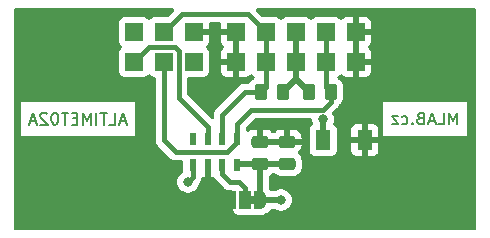
<source format=gbr>
%TF.GenerationSoftware,KiCad,Pcbnew,6.0.10+dfsg-1~bpo11+1*%
%TF.CreationDate,2023-02-14T10:12:02+00:00*%
%TF.ProjectId,ALTIMET02,414c5449-4d45-4543-9032-2e6b69636164,rev?*%
%TF.SameCoordinates,Original*%
%TF.FileFunction,Copper,L2,Bot*%
%TF.FilePolarity,Positive*%
%FSLAX46Y46*%
G04 Gerber Fmt 4.6, Leading zero omitted, Abs format (unit mm)*
G04 Created by KiCad (PCBNEW 6.0.10+dfsg-1~bpo11+1) date 2023-02-14 10:12:02*
%MOMM*%
%LPD*%
G01*
G04 APERTURE LIST*
G04 Aperture macros list*
%AMRoundRect*
0 Rectangle with rounded corners*
0 $1 Rounding radius*
0 $2 $3 $4 $5 $6 $7 $8 $9 X,Y pos of 4 corners*
0 Add a 4 corners polygon primitive as box body*
4,1,4,$2,$3,$4,$5,$6,$7,$8,$9,$2,$3,0*
0 Add four circle primitives for the rounded corners*
1,1,$1+$1,$2,$3*
1,1,$1+$1,$4,$5*
1,1,$1+$1,$6,$7*
1,1,$1+$1,$8,$9*
0 Add four rect primitives between the rounded corners*
20,1,$1+$1,$2,$3,$4,$5,0*
20,1,$1+$1,$4,$5,$6,$7,0*
20,1,$1+$1,$6,$7,$8,$9,0*
20,1,$1+$1,$8,$9,$2,$3,0*%
%AMFreePoly0*
4,1,22,0.550000,-0.750000,0.000000,-0.750000,0.000000,-0.745033,-0.079941,-0.743568,-0.215256,-0.701293,-0.333266,-0.622738,-0.424486,-0.514219,-0.481581,-0.384460,-0.499164,-0.250000,-0.500000,-0.250000,-0.500000,0.250000,-0.499164,0.250000,-0.499963,0.256109,-0.478152,0.396186,-0.417904,0.524511,-0.324060,0.630769,-0.204165,0.706417,-0.067858,0.745374,0.000000,0.744959,0.000000,0.750000,
0.550000,0.750000,0.550000,-0.750000,0.550000,-0.750000,$1*%
%AMFreePoly1*
4,1,20,0.000000,0.744959,0.073905,0.744508,0.209726,0.703889,0.328688,0.626782,0.421226,0.519385,0.479903,0.390333,0.500000,0.250000,0.500000,-0.250000,0.499851,-0.262216,0.476331,-0.402017,0.414519,-0.529596,0.319384,-0.634700,0.198574,-0.708877,0.061801,-0.746166,0.000000,-0.745033,0.000000,-0.750000,-0.550000,-0.750000,-0.550000,0.750000,0.000000,0.750000,0.000000,0.744959,
0.000000,0.744959,$1*%
G04 Aperture macros list end*
%ADD10C,0.150000*%
%TA.AperFunction,NonConductor*%
%ADD11C,0.150000*%
%TD*%
%TA.AperFunction,ComponentPad*%
%ADD12R,1.524000X1.524000*%
%TD*%
%TA.AperFunction,ComponentPad*%
%ADD13C,6.000000*%
%TD*%
%TA.AperFunction,SMDPad,CuDef*%
%ADD14RoundRect,0.250000X-0.262500X-0.450000X0.262500X-0.450000X0.262500X0.450000X-0.262500X0.450000X0*%
%TD*%
%TA.AperFunction,SMDPad,CuDef*%
%ADD15RoundRect,0.250000X0.475000X-0.250000X0.475000X0.250000X-0.475000X0.250000X-0.475000X-0.250000X0*%
%TD*%
%TA.AperFunction,SMDPad,CuDef*%
%ADD16R,1.300000X1.700000*%
%TD*%
%TA.AperFunction,SMDPad,CuDef*%
%ADD17R,0.600000X1.100000*%
%TD*%
%TA.AperFunction,SMDPad,CuDef*%
%ADD18RoundRect,0.250000X0.262500X0.450000X-0.262500X0.450000X-0.262500X-0.450000X0.262500X-0.450000X0*%
%TD*%
%TA.AperFunction,SMDPad,CuDef*%
%ADD19FreePoly0,180.000000*%
%TD*%
%TA.AperFunction,SMDPad,CuDef*%
%ADD20R,1.000000X1.500000*%
%TD*%
%TA.AperFunction,SMDPad,CuDef*%
%ADD21FreePoly1,180.000000*%
%TD*%
%TA.AperFunction,ViaPad*%
%ADD22C,0.800000*%
%TD*%
%TA.AperFunction,Conductor*%
%ADD23C,0.508000*%
%TD*%
%TA.AperFunction,Conductor*%
%ADD24C,0.400000*%
%TD*%
%TA.AperFunction,Conductor*%
%ADD25C,0.250000*%
%TD*%
G04 APERTURE END LIST*
D10*
D11*
X150058095Y-107132380D02*
X150058095Y-106132380D01*
X149724761Y-106846666D01*
X149391428Y-106132380D01*
X149391428Y-107132380D01*
X148439047Y-107132380D02*
X148915238Y-107132380D01*
X148915238Y-106132380D01*
X148153333Y-106846666D02*
X147677142Y-106846666D01*
X148248571Y-107132380D02*
X147915238Y-106132380D01*
X147581904Y-107132380D01*
X146915238Y-106608571D02*
X146772380Y-106656190D01*
X146724761Y-106703809D01*
X146677142Y-106799047D01*
X146677142Y-106941904D01*
X146724761Y-107037142D01*
X146772380Y-107084761D01*
X146867619Y-107132380D01*
X147248571Y-107132380D01*
X147248571Y-106132380D01*
X146915238Y-106132380D01*
X146820000Y-106180000D01*
X146772380Y-106227619D01*
X146724761Y-106322857D01*
X146724761Y-106418095D01*
X146772380Y-106513333D01*
X146820000Y-106560952D01*
X146915238Y-106608571D01*
X147248571Y-106608571D01*
X146248571Y-107037142D02*
X146200952Y-107084761D01*
X146248571Y-107132380D01*
X146296190Y-107084761D01*
X146248571Y-107037142D01*
X146248571Y-107132380D01*
X145343809Y-107084761D02*
X145439047Y-107132380D01*
X145629523Y-107132380D01*
X145724761Y-107084761D01*
X145772380Y-107037142D01*
X145820000Y-106941904D01*
X145820000Y-106656190D01*
X145772380Y-106560952D01*
X145724761Y-106513333D01*
X145629523Y-106465714D01*
X145439047Y-106465714D01*
X145343809Y-106513333D01*
X145010476Y-106465714D02*
X144486666Y-106465714D01*
X145010476Y-107132380D01*
X144486666Y-107132380D01*
D10*
D11*
X121979819Y-106872066D02*
X121503628Y-106872066D01*
X122075057Y-107157780D02*
X121741723Y-106157780D01*
X121408390Y-107157780D01*
X120598866Y-107157780D02*
X121075057Y-107157780D01*
X121075057Y-106157780D01*
X120408390Y-106157780D02*
X119836961Y-106157780D01*
X120122676Y-107157780D02*
X120122676Y-106157780D01*
X119503628Y-107157780D02*
X119503628Y-106157780D01*
X119027438Y-107157780D02*
X119027438Y-106157780D01*
X118694104Y-106872066D01*
X118360771Y-106157780D01*
X118360771Y-107157780D01*
X117884580Y-106633971D02*
X117551247Y-106633971D01*
X117408390Y-107157780D02*
X117884580Y-107157780D01*
X117884580Y-106157780D01*
X117408390Y-106157780D01*
X117122676Y-106157780D02*
X116551247Y-106157780D01*
X116836961Y-107157780D02*
X116836961Y-106157780D01*
X116027438Y-106157780D02*
X115932200Y-106157780D01*
X115836961Y-106205400D01*
X115789342Y-106253019D01*
X115741723Y-106348257D01*
X115694104Y-106538733D01*
X115694104Y-106776828D01*
X115741723Y-106967304D01*
X115789342Y-107062542D01*
X115836961Y-107110161D01*
X115932200Y-107157780D01*
X116027438Y-107157780D01*
X116122676Y-107110161D01*
X116170295Y-107062542D01*
X116217914Y-106967304D01*
X116265533Y-106776828D01*
X116265533Y-106538733D01*
X116217914Y-106348257D01*
X116170295Y-106253019D01*
X116122676Y-106205400D01*
X116027438Y-106157780D01*
X115313152Y-106253019D02*
X115265533Y-106205400D01*
X115170295Y-106157780D01*
X114932200Y-106157780D01*
X114836961Y-106205400D01*
X114789342Y-106253019D01*
X114741723Y-106348257D01*
X114741723Y-106443495D01*
X114789342Y-106586352D01*
X115360771Y-107157780D01*
X114741723Y-107157780D01*
X114360771Y-106872066D02*
X113884580Y-106872066D01*
X114456009Y-107157780D02*
X114122676Y-106157780D01*
X113789342Y-107157780D01*
%TO.C,JP1*%
G36*
X132980000Y-113838000D02*
G01*
X132480000Y-113838000D01*
X132480000Y-113238000D01*
X132980000Y-113238000D01*
X132980000Y-113838000D01*
G37*
%TD*%
D12*
%TO.P,J3,1*%
%TO.N,GND*%
X141478000Y-99314000D03*
%TO.P,J3,2*%
X141478000Y-101854000D03*
%TO.P,J3,3*%
%TO.N,SCLK*%
X138938000Y-99314000D03*
%TO.P,J3,4*%
X138938000Y-101854000D03*
%TO.P,J3,5*%
%TO.N,VDD*%
X136398000Y-99314000D03*
%TO.P,J3,6*%
X136398000Y-101854000D03*
%TO.P,J3,7*%
%TO.N,MOSI{slash}SDA*%
X133858000Y-99314000D03*
%TO.P,J3,8*%
X133858000Y-101854000D03*
%TO.P,J3,9*%
%TO.N,GND*%
X131318000Y-99314000D03*
%TO.P,J3,10*%
X131318000Y-101854000D03*
%TD*%
%TO.P,J2,1*%
%TO.N,MISO*%
X122682000Y-101854000D03*
%TO.P,J2,2*%
%TO.N,VDD*%
X122682000Y-99314000D03*
%TO.P,J2,3*%
%TO.N,SCLK*%
X125222000Y-101854000D03*
%TO.P,J2,4*%
%TO.N,MOSI{slash}SDA*%
X125222000Y-99314000D03*
%TO.P,J2,5*%
%TO.N,CS{slash}A*%
X127762000Y-101854000D03*
%TO.P,J2,6*%
%TO.N,GND*%
X127762000Y-99314000D03*
%TD*%
D13*
%TO.P,H1,1,1*%
%TO.N,GND*%
X147320000Y-111760000D03*
%TD*%
%TO.P,H4,1,1*%
%TO.N,GND*%
X116840000Y-101600000D03*
%TD*%
%TO.P,H3,1,1*%
%TO.N,GND*%
X147320000Y-101600000D03*
%TD*%
%TO.P,H2,1,1*%
%TO.N,GND*%
X116840000Y-111760000D03*
%TD*%
D14*
%TO.P,R1,1*%
%TO.N,VDD*%
X137517500Y-104394000D03*
%TO.P,R1,2*%
%TO.N,SCLK*%
X139342500Y-104394000D03*
%TD*%
D15*
%TO.P,C2,1*%
%TO.N,VDD*%
X135636000Y-110490000D03*
%TO.P,C2,2*%
%TO.N,GND*%
X135636000Y-108590000D03*
%TD*%
D16*
%TO.P,D1,1,K*%
%TO.N,VDD*%
X138712000Y-108458000D03*
%TO.P,D1,2,A*%
%TO.N,GND*%
X142212000Y-108458000D03*
%TD*%
D17*
%TO.P,IC1,1,VDD*%
%TO.N,VDD*%
X131415000Y-110574000D03*
%TO.P,IC1,2,PS*%
%TO.N,/PS*%
X130165000Y-110574000D03*
%TO.P,IC1,3,GND*%
%TO.N,GND*%
X128915000Y-110574000D03*
%TO.P,IC1,4,CSB_1*%
%TO.N,CS{slash}A*%
X127665000Y-110574000D03*
%TO.P,IC1,5,CSB_2*%
%TO.N,unconnected-(IC1-Pad5)*%
X127665000Y-108374000D03*
%TO.P,IC1,6,SDO*%
%TO.N,MISO*%
X128915000Y-108374000D03*
%TO.P,IC1,7,SDI/SDA*%
%TO.N,MOSI{slash}SDA*%
X130165000Y-108374000D03*
%TO.P,IC1,8,SCLK*%
%TO.N,SCLK*%
X131415000Y-108374000D03*
%TD*%
D18*
%TO.P,R2,1*%
%TO.N,VDD*%
X135278500Y-104394000D03*
%TO.P,R2,2*%
%TO.N,MOSI{slash}SDA*%
X133453500Y-104394000D03*
%TD*%
D15*
%TO.P,C1,1*%
%TO.N,VDD*%
X133350000Y-110490000D03*
%TO.P,C1,2*%
%TO.N,GND*%
X133350000Y-108590000D03*
%TD*%
D19*
%TO.P,JP1,1,A*%
%TO.N,VDD*%
X133380000Y-113538000D03*
D20*
%TO.P,JP1,2,C*%
%TO.N,/PS*%
X132080000Y-113538000D03*
D21*
%TO.P,JP1,3,B*%
%TO.N,GND*%
X130780000Y-113538000D03*
%TD*%
D22*
%TO.N,VDD*%
X135128000Y-113538000D03*
X138684000Y-106717500D03*
%TO.N,CS{slash}A*%
X127254000Y-112014000D03*
%TO.N,GND*%
X141478000Y-106426000D03*
X135128000Y-107188000D03*
X134112000Y-107188000D03*
X137160000Y-107188000D03*
X129286000Y-113538000D03*
X129286000Y-104648000D03*
X142240000Y-110490000D03*
X137160000Y-109474000D03*
X142748000Y-106426000D03*
X129286000Y-112268000D03*
X133096000Y-107188000D03*
X144018000Y-108712000D03*
X136144000Y-107188000D03*
X128524000Y-113030000D03*
%TD*%
D23*
%TO.N,VDD*%
X136398000Y-103274500D02*
X135278500Y-104394000D01*
X138684000Y-108430000D02*
X138712000Y-108458000D01*
X131499000Y-110490000D02*
X131415000Y-110574000D01*
X133350000Y-110490000D02*
X135636000Y-110490000D01*
X135636000Y-110490000D02*
X135890000Y-110490000D01*
X133380000Y-110520000D02*
X133350000Y-110490000D01*
X133350000Y-110490000D02*
X131499000Y-110490000D01*
X138684000Y-106717500D02*
X138684000Y-108430000D01*
X136398000Y-103274500D02*
X137517500Y-104394000D01*
X136398000Y-99314000D02*
X136398000Y-101854000D01*
X135128000Y-113538000D02*
X133380000Y-113538000D01*
X133096000Y-110744000D02*
X133350000Y-110490000D01*
X133380000Y-113538000D02*
X133380000Y-110520000D01*
X136398000Y-101854000D02*
X136398000Y-103274500D01*
D24*
%TO.N,MOSI{slash}SDA*%
X132334000Y-97790000D02*
X126746000Y-97790000D01*
X130165000Y-106309000D02*
X130165000Y-108374000D01*
X126746000Y-97790000D02*
X125222000Y-99314000D01*
X133858000Y-101854000D02*
X133858000Y-103989500D01*
X133858000Y-99314000D02*
X133858000Y-101854000D01*
X132080000Y-104394000D02*
X130165000Y-106309000D01*
X133858000Y-103989500D02*
X133453500Y-104394000D01*
X133858000Y-99314000D02*
X132334000Y-97790000D01*
X133453500Y-104394000D02*
X132080000Y-104394000D01*
%TO.N,MISO*%
X123952000Y-100584000D02*
X122682000Y-101854000D01*
X126492000Y-100950000D02*
X126126000Y-100584000D01*
X126492000Y-104902000D02*
X126492000Y-100950000D01*
X128915000Y-107325000D02*
X126492000Y-104902000D01*
X128915000Y-108374000D02*
X128915000Y-108124000D01*
X126126000Y-100584000D02*
X123952000Y-100584000D01*
X128915000Y-108374000D02*
X128915000Y-107325000D01*
D25*
X128915000Y-108374000D02*
X128915000Y-108624000D01*
D24*
%TO.N,CS{slash}A*%
X127665000Y-111603000D02*
X127665000Y-110574000D01*
X127254000Y-112014000D02*
X127665000Y-111603000D01*
%TO.N,/PS*%
X131572000Y-112014000D02*
X132080000Y-112522000D01*
X130810000Y-112014000D02*
X131572000Y-112014000D01*
X130165000Y-111369000D02*
X130810000Y-112014000D01*
X132080000Y-112776000D02*
X132080000Y-113538000D01*
X132080000Y-112522000D02*
X132080000Y-112776000D01*
X130165000Y-110574000D02*
X130165000Y-111369000D01*
%TO.N,SCLK*%
X126238000Y-109474000D02*
X125222000Y-108458000D01*
X131415000Y-108624000D02*
X130565000Y-109474000D01*
X139342500Y-105259500D02*
X138684000Y-105918000D01*
X138684000Y-105918000D02*
X132588000Y-105918000D01*
X125222000Y-108458000D02*
X125222000Y-101854000D01*
D25*
X131415000Y-108374000D02*
X131415000Y-108624000D01*
D24*
X138938000Y-101854000D02*
X138938000Y-103989500D01*
X138938000Y-99314000D02*
X138938000Y-101854000D01*
X138938000Y-103989500D02*
X139342500Y-104394000D01*
X131415000Y-107091000D02*
X131415000Y-108374000D01*
X130565000Y-109474000D02*
X126238000Y-109474000D01*
X139342500Y-104394000D02*
X139342500Y-105259500D01*
X132588000Y-105918000D02*
X131415000Y-107091000D01*
%TD*%
%TA.AperFunction,Conductor*%
%TO.N,GND*%
G36*
X126015461Y-97302502D02*
G01*
X126061954Y-97356158D01*
X126072058Y-97426432D01*
X126042564Y-97491012D01*
X126036435Y-97497595D01*
X125527435Y-98006595D01*
X125465123Y-98040621D01*
X125438340Y-98043500D01*
X124411866Y-98043500D01*
X124349684Y-98050255D01*
X124213295Y-98101385D01*
X124096739Y-98188739D01*
X124091359Y-98195918D01*
X124091358Y-98195919D01*
X124052826Y-98247332D01*
X123995967Y-98289847D01*
X123925148Y-98294873D01*
X123862855Y-98260813D01*
X123851174Y-98247332D01*
X123812642Y-98195919D01*
X123812641Y-98195918D01*
X123807261Y-98188739D01*
X123690705Y-98101385D01*
X123554316Y-98050255D01*
X123492134Y-98043500D01*
X121871866Y-98043500D01*
X121809684Y-98050255D01*
X121673295Y-98101385D01*
X121556739Y-98188739D01*
X121469385Y-98305295D01*
X121418255Y-98441684D01*
X121411500Y-98503866D01*
X121411500Y-100124134D01*
X121418255Y-100186316D01*
X121469385Y-100322705D01*
X121556739Y-100439261D01*
X121563919Y-100444642D01*
X121615332Y-100483174D01*
X121657847Y-100540033D01*
X121662873Y-100610852D01*
X121628813Y-100673145D01*
X121615333Y-100684825D01*
X121556739Y-100728739D01*
X121469385Y-100845295D01*
X121418255Y-100981684D01*
X121411500Y-101043866D01*
X121411500Y-102664134D01*
X121418255Y-102726316D01*
X121469385Y-102862705D01*
X121556739Y-102979261D01*
X121673295Y-103066615D01*
X121809684Y-103117745D01*
X121871866Y-103124500D01*
X123492134Y-103124500D01*
X123554316Y-103117745D01*
X123690705Y-103066615D01*
X123807261Y-102979261D01*
X123851174Y-102920668D01*
X123908033Y-102878153D01*
X123978852Y-102873127D01*
X124041145Y-102907187D01*
X124052825Y-102920667D01*
X124096739Y-102979261D01*
X124213295Y-103066615D01*
X124349684Y-103117745D01*
X124357536Y-103118598D01*
X124357540Y-103118599D01*
X124389125Y-103122030D01*
X124401108Y-103123331D01*
X124466669Y-103150572D01*
X124507096Y-103208935D01*
X124513500Y-103248594D01*
X124513500Y-108429088D01*
X124513208Y-108437658D01*
X124509275Y-108495352D01*
X124510580Y-108502829D01*
X124510580Y-108502830D01*
X124520261Y-108558299D01*
X124521223Y-108564821D01*
X124528898Y-108628242D01*
X124531581Y-108635343D01*
X124532222Y-108637952D01*
X124536685Y-108654262D01*
X124537450Y-108656798D01*
X124538757Y-108664284D01*
X124541811Y-108671241D01*
X124564442Y-108722795D01*
X124566933Y-108728899D01*
X124589513Y-108788656D01*
X124593817Y-108794919D01*
X124595054Y-108797285D01*
X124603299Y-108812097D01*
X124604632Y-108814351D01*
X124607685Y-108821305D01*
X124639001Y-108862115D01*
X124646579Y-108871991D01*
X124650459Y-108877332D01*
X124682339Y-108923720D01*
X124682344Y-108923725D01*
X124686643Y-108929981D01*
X124692313Y-108935032D01*
X124692314Y-108935034D01*
X124733170Y-108971435D01*
X124738446Y-108976416D01*
X125716550Y-109954520D01*
X125722404Y-109960785D01*
X125760439Y-110004385D01*
X125766653Y-110008752D01*
X125812719Y-110041128D01*
X125818014Y-110045061D01*
X125868282Y-110084476D01*
X125875198Y-110087599D01*
X125877484Y-110088983D01*
X125892165Y-110097357D01*
X125894525Y-110098622D01*
X125900739Y-110102990D01*
X125907818Y-110105750D01*
X125907820Y-110105751D01*
X125960275Y-110126202D01*
X125966344Y-110128753D01*
X126024573Y-110155045D01*
X126032040Y-110156429D01*
X126034595Y-110157230D01*
X126050848Y-110161859D01*
X126053428Y-110162522D01*
X126060509Y-110165282D01*
X126068040Y-110166273D01*
X126068042Y-110166274D01*
X126097661Y-110170173D01*
X126123861Y-110173622D01*
X126130359Y-110174652D01*
X126193186Y-110186296D01*
X126200766Y-110185859D01*
X126200767Y-110185859D01*
X126255392Y-110182709D01*
X126262646Y-110182500D01*
X126730500Y-110182500D01*
X126798621Y-110202502D01*
X126845114Y-110256158D01*
X126856500Y-110308500D01*
X126856500Y-111116724D01*
X126836498Y-111184845D01*
X126796985Y-111222520D01*
X126797248Y-111222882D01*
X126794544Y-111224846D01*
X126794541Y-111224848D01*
X126642747Y-111335134D01*
X126638326Y-111340044D01*
X126638325Y-111340045D01*
X126553847Y-111433868D01*
X126514960Y-111477056D01*
X126502391Y-111498826D01*
X126428087Y-111627525D01*
X126419473Y-111642444D01*
X126360458Y-111824072D01*
X126359768Y-111830633D01*
X126359768Y-111830635D01*
X126345799Y-111963548D01*
X126340496Y-112014000D01*
X126360458Y-112203928D01*
X126419473Y-112385556D01*
X126514960Y-112550944D01*
X126519378Y-112555851D01*
X126519379Y-112555852D01*
X126608427Y-112654750D01*
X126642747Y-112692866D01*
X126728952Y-112755498D01*
X126784916Y-112796158D01*
X126797248Y-112805118D01*
X126803276Y-112807802D01*
X126803278Y-112807803D01*
X126965681Y-112880109D01*
X126971712Y-112882794D01*
X127065112Y-112902647D01*
X127152056Y-112921128D01*
X127152061Y-112921128D01*
X127158513Y-112922500D01*
X127349487Y-112922500D01*
X127355939Y-112921128D01*
X127355944Y-112921128D01*
X127442888Y-112902647D01*
X127536288Y-112882794D01*
X127542319Y-112880109D01*
X127704722Y-112807803D01*
X127704724Y-112807802D01*
X127710752Y-112805118D01*
X127723085Y-112796158D01*
X127779048Y-112755498D01*
X127865253Y-112692866D01*
X127899573Y-112654750D01*
X127988621Y-112555852D01*
X127988622Y-112555851D01*
X127993040Y-112550944D01*
X128088527Y-112385556D01*
X128147542Y-112203928D01*
X128151813Y-112163292D01*
X128178826Y-112097635D01*
X128184803Y-112091407D01*
X128184576Y-112091202D01*
X128189660Y-112085555D01*
X128195385Y-112080561D01*
X128232114Y-112028300D01*
X128236046Y-112023005D01*
X128270791Y-111978694D01*
X128275477Y-111972718D01*
X128278602Y-111965796D01*
X128279964Y-111963548D01*
X128288368Y-111948815D01*
X128289622Y-111946476D01*
X128293990Y-111940261D01*
X128296749Y-111933185D01*
X128296751Y-111933181D01*
X128317200Y-111880731D01*
X128319749Y-111874666D01*
X128346045Y-111816427D01*
X128347429Y-111808962D01*
X128348226Y-111806418D01*
X128352859Y-111790152D01*
X128353521Y-111787572D01*
X128356282Y-111780491D01*
X128357274Y-111772957D01*
X128362511Y-111733177D01*
X128391233Y-111668250D01*
X128450499Y-111629158D01*
X128504557Y-111627425D01*
X128504793Y-111625252D01*
X128563514Y-111631631D01*
X128570328Y-111632000D01*
X128642885Y-111632000D01*
X128658124Y-111627525D01*
X128659329Y-111626135D01*
X128661000Y-111618452D01*
X128661000Y-110446000D01*
X128681002Y-110377879D01*
X128734658Y-110331386D01*
X128787000Y-110320000D01*
X129043000Y-110320000D01*
X129111121Y-110340002D01*
X129157614Y-110393658D01*
X129169000Y-110446000D01*
X129169000Y-111613884D01*
X129173475Y-111629123D01*
X129174865Y-111630328D01*
X129182548Y-111631999D01*
X129259669Y-111631999D01*
X129266490Y-111631629D01*
X129317352Y-111626105D01*
X129332600Y-111622480D01*
X129364489Y-111610525D01*
X129435296Y-111605342D01*
X129497666Y-111639262D01*
X129526585Y-111683968D01*
X129532513Y-111699656D01*
X129536817Y-111705919D01*
X129538054Y-111708285D01*
X129546299Y-111723097D01*
X129547632Y-111725351D01*
X129550685Y-111732305D01*
X129587661Y-111780491D01*
X129589579Y-111782991D01*
X129593459Y-111788332D01*
X129625339Y-111834720D01*
X129625344Y-111834725D01*
X129629643Y-111840981D01*
X129635313Y-111846032D01*
X129635314Y-111846034D01*
X129676170Y-111882435D01*
X129681446Y-111887416D01*
X130288550Y-112494520D01*
X130294404Y-112500785D01*
X130332439Y-112544385D01*
X130338657Y-112548755D01*
X130384697Y-112581112D01*
X130389993Y-112585045D01*
X130440282Y-112624477D01*
X130447204Y-112627602D01*
X130449452Y-112628964D01*
X130464185Y-112637368D01*
X130466524Y-112638622D01*
X130472739Y-112642990D01*
X130479815Y-112645749D01*
X130479819Y-112645751D01*
X130532269Y-112666200D01*
X130538334Y-112668749D01*
X130596573Y-112695045D01*
X130604038Y-112696429D01*
X130606582Y-112697226D01*
X130622848Y-112701859D01*
X130625428Y-112702521D01*
X130632509Y-112705282D01*
X130640042Y-112706274D01*
X130640043Y-112706274D01*
X130672699Y-112710573D01*
X130695857Y-112713622D01*
X130702355Y-112714650D01*
X130765187Y-112726296D01*
X130772767Y-112725859D01*
X130772768Y-112725859D01*
X130827393Y-112722709D01*
X130834647Y-112722500D01*
X130945500Y-112722500D01*
X131013621Y-112742502D01*
X131060114Y-112796158D01*
X131071500Y-112848500D01*
X131071500Y-114336134D01*
X131078255Y-114398316D01*
X131129385Y-114534705D01*
X131216739Y-114651261D01*
X131333295Y-114738615D01*
X131469684Y-114789745D01*
X131531866Y-114796500D01*
X132628134Y-114796500D01*
X132690316Y-114789745D01*
X132690611Y-114789634D01*
X132732627Y-114787729D01*
X132825554Y-114801090D01*
X132825557Y-114801090D01*
X132830000Y-114801729D01*
X133370008Y-114801729D01*
X133370778Y-114801731D01*
X133440931Y-114802160D01*
X133440937Y-114802160D01*
X133445417Y-114802187D01*
X133535382Y-114789864D01*
X133585276Y-114783030D01*
X133585280Y-114783029D01*
X133589727Y-114782420D01*
X133727436Y-114743063D01*
X133860398Y-114683586D01*
X133864180Y-114681200D01*
X133864187Y-114681196D01*
X133977736Y-114609551D01*
X133981526Y-114607160D01*
X134092452Y-114512754D01*
X134187260Y-114405403D01*
X134191916Y-114398316D01*
X134218842Y-114357324D01*
X134272959Y-114311369D01*
X134324154Y-114300500D01*
X134590919Y-114300500D01*
X134659040Y-114320502D01*
X134664980Y-114324564D01*
X134671248Y-114329118D01*
X134677276Y-114331802D01*
X134677278Y-114331803D01*
X134809025Y-114390460D01*
X134845712Y-114406794D01*
X134939112Y-114426647D01*
X135026056Y-114445128D01*
X135026061Y-114445128D01*
X135032513Y-114446500D01*
X135223487Y-114446500D01*
X135229939Y-114445128D01*
X135229944Y-114445128D01*
X135316888Y-114426647D01*
X135410288Y-114406794D01*
X135446975Y-114390460D01*
X135578722Y-114331803D01*
X135578724Y-114331802D01*
X135584752Y-114329118D01*
X135739253Y-114216866D01*
X135867040Y-114074944D01*
X135962527Y-113909556D01*
X136021542Y-113727928D01*
X136041504Y-113538000D01*
X136021542Y-113348072D01*
X135962527Y-113166444D01*
X135867040Y-113001056D01*
X135739253Y-112859134D01*
X135594637Y-112754064D01*
X135590094Y-112750763D01*
X135590093Y-112750762D01*
X135584752Y-112746882D01*
X135578724Y-112744198D01*
X135578722Y-112744197D01*
X135416319Y-112671891D01*
X135416318Y-112671891D01*
X135410288Y-112669206D01*
X135299942Y-112645751D01*
X135229944Y-112630872D01*
X135229939Y-112630872D01*
X135223487Y-112629500D01*
X135032513Y-112629500D01*
X135026061Y-112630872D01*
X135026056Y-112630872D01*
X134956058Y-112645751D01*
X134845712Y-112669206D01*
X134839682Y-112671891D01*
X134839681Y-112671891D01*
X134677278Y-112744197D01*
X134677276Y-112744198D01*
X134671248Y-112746882D01*
X134665907Y-112750762D01*
X134665906Y-112750763D01*
X134664980Y-112751436D01*
X134664354Y-112751660D01*
X134660189Y-112754064D01*
X134659749Y-112753302D01*
X134598113Y-112775294D01*
X134590919Y-112775500D01*
X134324995Y-112775500D01*
X134256874Y-112755498D01*
X134218026Y-112716085D01*
X134202103Y-112690504D01*
X134172049Y-112654750D01*
X134143528Y-112589734D01*
X134142500Y-112573675D01*
X134142500Y-111505741D01*
X134162502Y-111437620D01*
X134202197Y-111398597D01*
X134293120Y-111342332D01*
X134299348Y-111338478D01*
X134348259Y-111289482D01*
X134410542Y-111255403D01*
X134437432Y-111252500D01*
X134548614Y-111252500D01*
X134616735Y-111272502D01*
X134637632Y-111289327D01*
X134687697Y-111339305D01*
X134693927Y-111343145D01*
X134693928Y-111343146D01*
X134831090Y-111427694D01*
X134838262Y-111432115D01*
X134889519Y-111449116D01*
X134999611Y-111485632D01*
X134999613Y-111485632D01*
X135006139Y-111487797D01*
X135012975Y-111488497D01*
X135012978Y-111488498D01*
X135056031Y-111492909D01*
X135110600Y-111498500D01*
X136161400Y-111498500D01*
X136164646Y-111498163D01*
X136164650Y-111498163D01*
X136260308Y-111488238D01*
X136260312Y-111488237D01*
X136267166Y-111487526D01*
X136273702Y-111485345D01*
X136273704Y-111485345D01*
X136416752Y-111437620D01*
X136434946Y-111431550D01*
X136585348Y-111338478D01*
X136710305Y-111213303D01*
X136735682Y-111172134D01*
X136799275Y-111068968D01*
X136799276Y-111068966D01*
X136803115Y-111062738D01*
X136858797Y-110894861D01*
X136869500Y-110790400D01*
X136869500Y-110189600D01*
X136868785Y-110182709D01*
X136859238Y-110090692D01*
X136859237Y-110090688D01*
X136858526Y-110083834D01*
X136844910Y-110043020D01*
X136804868Y-109923002D01*
X136802550Y-109916054D01*
X136709478Y-109765652D01*
X136584303Y-109640695D01*
X136579765Y-109637898D01*
X136539176Y-109580647D01*
X136535946Y-109509724D01*
X136571572Y-109448313D01*
X136580068Y-109440938D01*
X136590207Y-109432902D01*
X136704739Y-109318171D01*
X136713751Y-109306760D01*
X136798816Y-109168757D01*
X136804963Y-109155576D01*
X136856138Y-109001290D01*
X136859005Y-108987914D01*
X136868672Y-108893562D01*
X136869000Y-108887146D01*
X136869000Y-108862115D01*
X136864525Y-108846876D01*
X136863135Y-108845671D01*
X136855452Y-108844000D01*
X133222000Y-108844000D01*
X133153879Y-108823998D01*
X133107386Y-108770342D01*
X133096000Y-108718000D01*
X133096000Y-108317885D01*
X133604000Y-108317885D01*
X133608475Y-108333124D01*
X133609865Y-108334329D01*
X133617548Y-108336000D01*
X135363885Y-108336000D01*
X135379124Y-108331525D01*
X135380329Y-108330135D01*
X135382000Y-108322452D01*
X135382000Y-108317885D01*
X135890000Y-108317885D01*
X135894475Y-108333124D01*
X135895865Y-108334329D01*
X135903548Y-108336000D01*
X136850884Y-108336000D01*
X136866123Y-108331525D01*
X136867328Y-108330135D01*
X136868999Y-108322452D01*
X136868999Y-108292905D01*
X136868662Y-108286386D01*
X136858743Y-108190794D01*
X136855851Y-108177400D01*
X136804412Y-108023216D01*
X136798239Y-108010038D01*
X136712937Y-107872193D01*
X136703901Y-107860792D01*
X136589171Y-107746261D01*
X136577760Y-107737249D01*
X136439757Y-107652184D01*
X136426576Y-107646037D01*
X136272290Y-107594862D01*
X136258914Y-107591995D01*
X136164562Y-107582328D01*
X136158145Y-107582000D01*
X135908115Y-107582000D01*
X135892876Y-107586475D01*
X135891671Y-107587865D01*
X135890000Y-107595548D01*
X135890000Y-108317885D01*
X135382000Y-108317885D01*
X135382000Y-107600116D01*
X135377525Y-107584877D01*
X135376135Y-107583672D01*
X135368452Y-107582001D01*
X135113905Y-107582001D01*
X135107386Y-107582338D01*
X135011794Y-107592257D01*
X134998400Y-107595149D01*
X134844216Y-107646588D01*
X134831038Y-107652761D01*
X134693193Y-107738063D01*
X134681787Y-107747103D01*
X134582246Y-107846816D01*
X134519964Y-107880895D01*
X134449143Y-107875892D01*
X134404056Y-107846971D01*
X134303171Y-107746261D01*
X134291760Y-107737249D01*
X134153757Y-107652184D01*
X134140576Y-107646037D01*
X133986290Y-107594862D01*
X133972914Y-107591995D01*
X133878562Y-107582328D01*
X133872145Y-107582000D01*
X133622115Y-107582000D01*
X133606876Y-107586475D01*
X133605671Y-107587865D01*
X133604000Y-107595548D01*
X133604000Y-108317885D01*
X133096000Y-108317885D01*
X133096000Y-107600116D01*
X133091525Y-107584877D01*
X133090135Y-107583672D01*
X133082452Y-107582001D01*
X132827905Y-107582001D01*
X132821386Y-107582338D01*
X132725794Y-107592257D01*
X132712400Y-107595149D01*
X132558216Y-107646588D01*
X132545038Y-107652761D01*
X132407193Y-107738063D01*
X132402951Y-107741425D01*
X132337140Y-107768060D01*
X132267376Y-107754888D01*
X132215809Y-107706089D01*
X132206707Y-107686907D01*
X132168767Y-107585703D01*
X132165615Y-107577295D01*
X132148673Y-107554689D01*
X132123826Y-107488185D01*
X132123500Y-107479126D01*
X132123500Y-107436660D01*
X132143502Y-107368539D01*
X132160405Y-107347565D01*
X132844565Y-106663405D01*
X132906877Y-106629379D01*
X132933660Y-106626500D01*
X137647480Y-106626500D01*
X137715601Y-106646502D01*
X137762094Y-106700158D01*
X137772790Y-106739329D01*
X137790458Y-106907428D01*
X137792498Y-106913706D01*
X137832784Y-107037693D01*
X137834812Y-107108660D01*
X137798149Y-107169458D01*
X137788519Y-107177453D01*
X137698739Y-107244739D01*
X137611385Y-107361295D01*
X137560255Y-107497684D01*
X137553500Y-107559866D01*
X137553500Y-109356134D01*
X137560255Y-109418316D01*
X137611385Y-109554705D01*
X137698739Y-109671261D01*
X137815295Y-109758615D01*
X137951684Y-109809745D01*
X138013866Y-109816500D01*
X139410134Y-109816500D01*
X139472316Y-109809745D01*
X139608705Y-109758615D01*
X139725261Y-109671261D01*
X139812615Y-109554705D01*
X139863745Y-109418316D01*
X139870500Y-109356134D01*
X139870500Y-109352669D01*
X141054001Y-109352669D01*
X141054371Y-109359490D01*
X141059895Y-109410352D01*
X141063521Y-109425604D01*
X141108676Y-109546054D01*
X141117214Y-109561649D01*
X141193715Y-109663724D01*
X141206276Y-109676285D01*
X141308351Y-109752786D01*
X141323946Y-109761324D01*
X141444394Y-109806478D01*
X141459649Y-109810105D01*
X141510514Y-109815631D01*
X141517328Y-109816000D01*
X141939885Y-109816000D01*
X141955124Y-109811525D01*
X141956329Y-109810135D01*
X141958000Y-109802452D01*
X141958000Y-109797884D01*
X142466000Y-109797884D01*
X142470475Y-109813123D01*
X142471865Y-109814328D01*
X142479548Y-109815999D01*
X142906669Y-109815999D01*
X142913490Y-109815629D01*
X142964352Y-109810105D01*
X142979604Y-109806479D01*
X143100054Y-109761324D01*
X143115649Y-109752786D01*
X143217724Y-109676285D01*
X143230285Y-109663724D01*
X143306786Y-109561649D01*
X143315324Y-109546054D01*
X143360478Y-109425606D01*
X143364105Y-109410351D01*
X143369631Y-109359486D01*
X143370000Y-109352672D01*
X143370000Y-108730115D01*
X143365525Y-108714876D01*
X143364135Y-108713671D01*
X143356452Y-108712000D01*
X142484115Y-108712000D01*
X142468876Y-108716475D01*
X142467671Y-108717865D01*
X142466000Y-108725548D01*
X142466000Y-109797884D01*
X141958000Y-109797884D01*
X141958000Y-108730115D01*
X141953525Y-108714876D01*
X141952135Y-108713671D01*
X141944452Y-108712000D01*
X141072116Y-108712000D01*
X141056877Y-108716475D01*
X141055672Y-108717865D01*
X141054001Y-108725548D01*
X141054001Y-109352669D01*
X139870500Y-109352669D01*
X139870500Y-108185885D01*
X141054000Y-108185885D01*
X141058475Y-108201124D01*
X141059865Y-108202329D01*
X141067548Y-108204000D01*
X141939885Y-108204000D01*
X141955124Y-108199525D01*
X141956329Y-108198135D01*
X141958000Y-108190452D01*
X141958000Y-108185885D01*
X142466000Y-108185885D01*
X142470475Y-108201124D01*
X142471865Y-108202329D01*
X142479548Y-108204000D01*
X143351884Y-108204000D01*
X143367123Y-108199525D01*
X143368328Y-108198135D01*
X143369999Y-108190452D01*
X143369999Y-108106000D01*
X143760310Y-108106000D01*
X150879691Y-108106000D01*
X150879691Y-105254000D01*
X143760310Y-105254000D01*
X143760310Y-108106000D01*
X143369999Y-108106000D01*
X143369999Y-107563331D01*
X143369629Y-107556510D01*
X143364105Y-107505648D01*
X143360479Y-107490396D01*
X143315324Y-107369946D01*
X143306786Y-107354351D01*
X143230285Y-107252276D01*
X143217724Y-107239715D01*
X143115649Y-107163214D01*
X143100054Y-107154676D01*
X142979606Y-107109522D01*
X142964351Y-107105895D01*
X142913486Y-107100369D01*
X142906672Y-107100000D01*
X142484115Y-107100000D01*
X142468876Y-107104475D01*
X142467671Y-107105865D01*
X142466000Y-107113548D01*
X142466000Y-108185885D01*
X141958000Y-108185885D01*
X141958000Y-107118116D01*
X141953525Y-107102877D01*
X141952135Y-107101672D01*
X141944452Y-107100001D01*
X141517331Y-107100001D01*
X141510510Y-107100371D01*
X141459648Y-107105895D01*
X141444396Y-107109521D01*
X141323946Y-107154676D01*
X141308351Y-107163214D01*
X141206276Y-107239715D01*
X141193715Y-107252276D01*
X141117214Y-107354351D01*
X141108676Y-107369946D01*
X141063522Y-107490394D01*
X141059895Y-107505649D01*
X141054369Y-107556514D01*
X141054000Y-107563328D01*
X141054000Y-108185885D01*
X139870500Y-108185885D01*
X139870500Y-107559866D01*
X139863745Y-107497684D01*
X139812615Y-107361295D01*
X139725261Y-107244739D01*
X139608705Y-107157385D01*
X139603337Y-107155373D01*
X139554343Y-107106269D01*
X139539330Y-107036877D01*
X139545166Y-107007072D01*
X139575502Y-106913706D01*
X139577542Y-106907428D01*
X139597504Y-106717500D01*
X139593032Y-106674954D01*
X139578232Y-106534135D01*
X139578232Y-106534133D01*
X139577542Y-106527572D01*
X139518527Y-106345944D01*
X139471517Y-106264521D01*
X139454780Y-106195528D01*
X139478000Y-106128436D01*
X139491542Y-106112428D01*
X139823020Y-105780950D01*
X139829285Y-105775096D01*
X139867160Y-105742055D01*
X139872885Y-105737061D01*
X139909614Y-105684800D01*
X139913546Y-105679505D01*
X139948291Y-105635194D01*
X139952977Y-105629218D01*
X139956102Y-105622296D01*
X139957464Y-105620048D01*
X139965868Y-105605315D01*
X139967122Y-105602976D01*
X139971490Y-105596761D01*
X139974249Y-105589685D01*
X139974251Y-105589681D01*
X139994702Y-105537226D01*
X139997258Y-105531146D01*
X140005158Y-105513649D01*
X140053692Y-105458355D01*
X140073122Y-105446331D01*
X140073123Y-105446330D01*
X140079348Y-105442478D01*
X140204305Y-105317303D01*
X140224054Y-105285265D01*
X140293275Y-105172968D01*
X140293276Y-105172966D01*
X140297115Y-105166738D01*
X140352797Y-104998861D01*
X140363500Y-104894400D01*
X140363500Y-103893600D01*
X140363163Y-103890350D01*
X140353238Y-103794692D01*
X140353237Y-103794688D01*
X140352526Y-103787834D01*
X140349808Y-103779685D01*
X140298868Y-103627002D01*
X140296550Y-103620054D01*
X140203478Y-103469652D01*
X140078303Y-103344695D01*
X139960033Y-103271792D01*
X139912541Y-103219021D01*
X139901117Y-103148949D01*
X139929391Y-103083825D01*
X139950585Y-103063707D01*
X139950661Y-103063650D01*
X140063261Y-102979261D01*
X140107487Y-102920251D01*
X140164344Y-102877736D01*
X140235163Y-102872710D01*
X140297456Y-102906770D01*
X140309138Y-102920251D01*
X140347715Y-102971724D01*
X140360276Y-102984285D01*
X140462351Y-103060786D01*
X140477946Y-103069324D01*
X140598394Y-103114478D01*
X140613649Y-103118105D01*
X140664514Y-103123631D01*
X140671328Y-103124000D01*
X141205885Y-103124000D01*
X141221124Y-103119525D01*
X141222329Y-103118135D01*
X141224000Y-103110452D01*
X141224000Y-103105884D01*
X141732000Y-103105884D01*
X141736475Y-103121123D01*
X141737865Y-103122328D01*
X141745548Y-103123999D01*
X142284669Y-103123999D01*
X142291490Y-103123629D01*
X142342352Y-103118105D01*
X142357604Y-103114479D01*
X142478054Y-103069324D01*
X142493649Y-103060786D01*
X142595724Y-102984285D01*
X142608285Y-102971724D01*
X142684786Y-102869649D01*
X142693324Y-102854054D01*
X142738478Y-102733606D01*
X142742105Y-102718351D01*
X142747631Y-102667486D01*
X142748000Y-102660672D01*
X142748000Y-102126115D01*
X142743525Y-102110876D01*
X142742135Y-102109671D01*
X142734452Y-102108000D01*
X141750115Y-102108000D01*
X141734876Y-102112475D01*
X141733671Y-102113865D01*
X141732000Y-102121548D01*
X141732000Y-103105884D01*
X141224000Y-103105884D01*
X141224000Y-101581885D01*
X141732000Y-101581885D01*
X141736475Y-101597124D01*
X141737865Y-101598329D01*
X141745548Y-101600000D01*
X142729884Y-101600000D01*
X142745123Y-101595525D01*
X142746328Y-101594135D01*
X142747999Y-101586452D01*
X142747999Y-101047331D01*
X142747629Y-101040510D01*
X142742105Y-100989648D01*
X142738479Y-100974396D01*
X142693324Y-100853946D01*
X142684786Y-100838351D01*
X142608285Y-100736276D01*
X142595725Y-100723716D01*
X142543835Y-100684827D01*
X142501319Y-100627968D01*
X142496293Y-100557149D01*
X142530353Y-100494856D01*
X142543835Y-100483173D01*
X142595725Y-100444284D01*
X142608285Y-100431724D01*
X142684786Y-100329649D01*
X142693324Y-100314054D01*
X142738478Y-100193606D01*
X142742105Y-100178351D01*
X142747631Y-100127486D01*
X142748000Y-100120672D01*
X142748000Y-99586115D01*
X142743525Y-99570876D01*
X142742135Y-99569671D01*
X142734452Y-99568000D01*
X141750115Y-99568000D01*
X141734876Y-99572475D01*
X141733671Y-99573865D01*
X141732000Y-99581548D01*
X141732000Y-101581885D01*
X141224000Y-101581885D01*
X141224000Y-99041885D01*
X141732000Y-99041885D01*
X141736475Y-99057124D01*
X141737865Y-99058329D01*
X141745548Y-99060000D01*
X142729884Y-99060000D01*
X142745123Y-99055525D01*
X142746328Y-99054135D01*
X142747999Y-99046452D01*
X142747999Y-98507331D01*
X142747629Y-98500510D01*
X142742105Y-98449648D01*
X142738479Y-98434396D01*
X142693324Y-98313946D01*
X142684786Y-98298351D01*
X142608285Y-98196276D01*
X142595724Y-98183715D01*
X142493649Y-98107214D01*
X142478054Y-98098676D01*
X142357606Y-98053522D01*
X142342351Y-98049895D01*
X142291486Y-98044369D01*
X142284672Y-98044000D01*
X141750115Y-98044000D01*
X141734876Y-98048475D01*
X141733671Y-98049865D01*
X141732000Y-98057548D01*
X141732000Y-99041885D01*
X141224000Y-99041885D01*
X141224000Y-98062116D01*
X141219525Y-98046877D01*
X141218135Y-98045672D01*
X141210452Y-98044001D01*
X140671331Y-98044001D01*
X140664510Y-98044371D01*
X140613648Y-98049895D01*
X140598396Y-98053521D01*
X140477946Y-98098676D01*
X140462351Y-98107214D01*
X140360276Y-98183715D01*
X140347715Y-98196276D01*
X140309138Y-98247749D01*
X140252279Y-98290264D01*
X140181460Y-98295290D01*
X140119167Y-98261230D01*
X140107491Y-98247755D01*
X140063261Y-98188739D01*
X139946705Y-98101385D01*
X139810316Y-98050255D01*
X139748134Y-98043500D01*
X138127866Y-98043500D01*
X138065684Y-98050255D01*
X137929295Y-98101385D01*
X137812739Y-98188739D01*
X137807359Y-98195918D01*
X137807358Y-98195919D01*
X137768826Y-98247332D01*
X137711967Y-98289847D01*
X137641148Y-98294873D01*
X137578855Y-98260813D01*
X137567174Y-98247332D01*
X137528642Y-98195919D01*
X137528641Y-98195918D01*
X137523261Y-98188739D01*
X137406705Y-98101385D01*
X137270316Y-98050255D01*
X137208134Y-98043500D01*
X135587866Y-98043500D01*
X135525684Y-98050255D01*
X135389295Y-98101385D01*
X135272739Y-98188739D01*
X135267359Y-98195918D01*
X135267358Y-98195919D01*
X135228826Y-98247332D01*
X135171967Y-98289847D01*
X135101148Y-98294873D01*
X135038855Y-98260813D01*
X135027174Y-98247332D01*
X134988642Y-98195919D01*
X134988641Y-98195918D01*
X134983261Y-98188739D01*
X134866705Y-98101385D01*
X134730316Y-98050255D01*
X134668134Y-98043500D01*
X133641660Y-98043500D01*
X133573539Y-98023498D01*
X133552565Y-98006595D01*
X133043565Y-97497595D01*
X133009539Y-97435283D01*
X133014604Y-97364468D01*
X133057151Y-97307632D01*
X133123671Y-97282821D01*
X133132660Y-97282500D01*
X151511500Y-97282500D01*
X151579621Y-97302502D01*
X151626114Y-97356158D01*
X151637500Y-97408500D01*
X151637500Y-115951500D01*
X151617498Y-116019621D01*
X151563842Y-116066114D01*
X151511500Y-116077500D01*
X112648500Y-116077500D01*
X112580379Y-116057498D01*
X112533886Y-116003842D01*
X112522500Y-115951500D01*
X112522500Y-108131400D01*
X113110605Y-108131400D01*
X122753795Y-108131400D01*
X122753795Y-105279400D01*
X113110605Y-105279400D01*
X113110605Y-108131400D01*
X112522500Y-108131400D01*
X112522500Y-97408500D01*
X112542502Y-97340379D01*
X112596158Y-97293886D01*
X112648500Y-97282500D01*
X125947340Y-97282500D01*
X126015461Y-97302502D01*
G37*
%TD.AperFunction*%
%TA.AperFunction,Conductor*%
G36*
X129990121Y-98518502D02*
G01*
X130036614Y-98572158D01*
X130048000Y-98624500D01*
X130048000Y-99041885D01*
X130052475Y-99057124D01*
X130053865Y-99058329D01*
X130061548Y-99060000D01*
X131446000Y-99060000D01*
X131514121Y-99080002D01*
X131560614Y-99133658D01*
X131572000Y-99186000D01*
X131572000Y-103105884D01*
X131576475Y-103121123D01*
X131577865Y-103122328D01*
X131585548Y-103123999D01*
X132124669Y-103123999D01*
X132131490Y-103123629D01*
X132182352Y-103118105D01*
X132197604Y-103114479D01*
X132318054Y-103069324D01*
X132333649Y-103060786D01*
X132435724Y-102984285D01*
X132448285Y-102971724D01*
X132486862Y-102920251D01*
X132543721Y-102877736D01*
X132614540Y-102872710D01*
X132676833Y-102906770D01*
X132688509Y-102920245D01*
X132732739Y-102979261D01*
X132739919Y-102984642D01*
X132739920Y-102984643D01*
X132845338Y-103063650D01*
X132887853Y-103120510D01*
X132892878Y-103191328D01*
X132858819Y-103253621D01*
X132836077Y-103271619D01*
X132716652Y-103345522D01*
X132591695Y-103470697D01*
X132498885Y-103621262D01*
X132497205Y-103620226D01*
X132456879Y-103666031D01*
X132389595Y-103685500D01*
X132108912Y-103685500D01*
X132100342Y-103685208D01*
X132050224Y-103681791D01*
X132050220Y-103681791D01*
X132042648Y-103681275D01*
X132035171Y-103682580D01*
X132035170Y-103682580D01*
X132008692Y-103687201D01*
X131979697Y-103692262D01*
X131973179Y-103693223D01*
X131909758Y-103700898D01*
X131902657Y-103703581D01*
X131900048Y-103704222D01*
X131883738Y-103708685D01*
X131881202Y-103709450D01*
X131873716Y-103710757D01*
X131866759Y-103713811D01*
X131815205Y-103736442D01*
X131809101Y-103738933D01*
X131749344Y-103761513D01*
X131743081Y-103765817D01*
X131740715Y-103767054D01*
X131725903Y-103775299D01*
X131723649Y-103776632D01*
X131716695Y-103779685D01*
X131665998Y-103818587D01*
X131660668Y-103822459D01*
X131614280Y-103854339D01*
X131614275Y-103854344D01*
X131608019Y-103858643D01*
X131602968Y-103864313D01*
X131602966Y-103864314D01*
X131566565Y-103905170D01*
X131561584Y-103910446D01*
X129684480Y-105787550D01*
X129678215Y-105793404D01*
X129634615Y-105831439D01*
X129630248Y-105837653D01*
X129597872Y-105883719D01*
X129593939Y-105889014D01*
X129554524Y-105939282D01*
X129551401Y-105946198D01*
X129550017Y-105948484D01*
X129541643Y-105963165D01*
X129540378Y-105965525D01*
X129536010Y-105971739D01*
X129533250Y-105978818D01*
X129533249Y-105978820D01*
X129512798Y-106031275D01*
X129510247Y-106037344D01*
X129483955Y-106095573D01*
X129482571Y-106103040D01*
X129481770Y-106105595D01*
X129477141Y-106121848D01*
X129476478Y-106124428D01*
X129473718Y-106131509D01*
X129472727Y-106139040D01*
X129472726Y-106139042D01*
X129465379Y-106194852D01*
X129464348Y-106201359D01*
X129452704Y-106264186D01*
X129453141Y-106271766D01*
X129453141Y-106271767D01*
X129456291Y-106326392D01*
X129456500Y-106333646D01*
X129456500Y-106560340D01*
X129436498Y-106628461D01*
X129382842Y-106674954D01*
X129312568Y-106685058D01*
X129247988Y-106655564D01*
X129241405Y-106649435D01*
X127237405Y-104645435D01*
X127203379Y-104583123D01*
X127200500Y-104556340D01*
X127200500Y-103250500D01*
X127220502Y-103182379D01*
X127274158Y-103135886D01*
X127326500Y-103124500D01*
X128572134Y-103124500D01*
X128634316Y-103117745D01*
X128770705Y-103066615D01*
X128887261Y-102979261D01*
X128974615Y-102862705D01*
X129025745Y-102726316D01*
X129032500Y-102664134D01*
X129032500Y-102660669D01*
X130048001Y-102660669D01*
X130048371Y-102667490D01*
X130053895Y-102718352D01*
X130057521Y-102733604D01*
X130102676Y-102854054D01*
X130111214Y-102869649D01*
X130187715Y-102971724D01*
X130200276Y-102984285D01*
X130302351Y-103060786D01*
X130317946Y-103069324D01*
X130438394Y-103114478D01*
X130453649Y-103118105D01*
X130504514Y-103123631D01*
X130511328Y-103124000D01*
X131045885Y-103124000D01*
X131061124Y-103119525D01*
X131062329Y-103118135D01*
X131064000Y-103110452D01*
X131064000Y-102126115D01*
X131059525Y-102110876D01*
X131058135Y-102109671D01*
X131050452Y-102108000D01*
X130066116Y-102108000D01*
X130050877Y-102112475D01*
X130049672Y-102113865D01*
X130048001Y-102121548D01*
X130048001Y-102660669D01*
X129032500Y-102660669D01*
X129032500Y-101581885D01*
X130048000Y-101581885D01*
X130052475Y-101597124D01*
X130053865Y-101598329D01*
X130061548Y-101600000D01*
X131045885Y-101600000D01*
X131061124Y-101595525D01*
X131062329Y-101594135D01*
X131064000Y-101586452D01*
X131064000Y-99586115D01*
X131059525Y-99570876D01*
X131058135Y-99569671D01*
X131050452Y-99568000D01*
X130066116Y-99568000D01*
X130050877Y-99572475D01*
X130049672Y-99573865D01*
X130048001Y-99581548D01*
X130048001Y-100120669D01*
X130048371Y-100127490D01*
X130053895Y-100178352D01*
X130057521Y-100193604D01*
X130102676Y-100314054D01*
X130111214Y-100329649D01*
X130187715Y-100431724D01*
X130200275Y-100444284D01*
X130252165Y-100483173D01*
X130294681Y-100540032D01*
X130299707Y-100610851D01*
X130265647Y-100673144D01*
X130252165Y-100684827D01*
X130200275Y-100723716D01*
X130187715Y-100736276D01*
X130111214Y-100838351D01*
X130102676Y-100853946D01*
X130057522Y-100974394D01*
X130053895Y-100989649D01*
X130048369Y-101040514D01*
X130048000Y-101047328D01*
X130048000Y-101581885D01*
X129032500Y-101581885D01*
X129032500Y-101043866D01*
X129025745Y-100981684D01*
X128974615Y-100845295D01*
X128887261Y-100728739D01*
X128828251Y-100684513D01*
X128785736Y-100627656D01*
X128780710Y-100556837D01*
X128814770Y-100494544D01*
X128828251Y-100482862D01*
X128879724Y-100444285D01*
X128892285Y-100431724D01*
X128968786Y-100329649D01*
X128977324Y-100314054D01*
X129022478Y-100193606D01*
X129026105Y-100178351D01*
X129031631Y-100127486D01*
X129032000Y-100120672D01*
X129032000Y-99586115D01*
X129027525Y-99570876D01*
X129026135Y-99569671D01*
X129018452Y-99568000D01*
X127634000Y-99568000D01*
X127565879Y-99547998D01*
X127519386Y-99494342D01*
X127508000Y-99442000D01*
X127508000Y-99186000D01*
X127528002Y-99117879D01*
X127581658Y-99071386D01*
X127634000Y-99060000D01*
X129013884Y-99060000D01*
X129029123Y-99055525D01*
X129030328Y-99054135D01*
X129031999Y-99046452D01*
X129031999Y-98624500D01*
X129052001Y-98556379D01*
X129105657Y-98509886D01*
X129157999Y-98498500D01*
X129922000Y-98498500D01*
X129990121Y-98518502D01*
G37*
%TD.AperFunction*%
%TD*%
M02*

</source>
